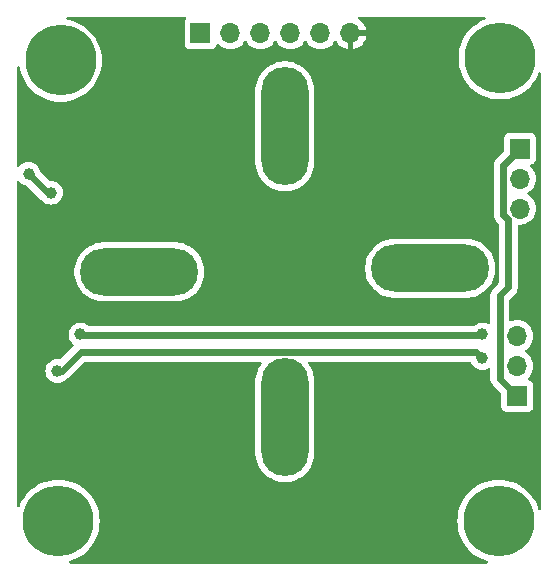
<source format=gbr>
%TF.GenerationSoftware,KiCad,Pcbnew,8.0.1*%
%TF.CreationDate,2024-03-31T21:51:29+08:00*%
%TF.ProjectId,encoder,656e636f-6465-4722-9e6b-696361645f70,rev?*%
%TF.SameCoordinates,Original*%
%TF.FileFunction,Copper,L2,Bot*%
%TF.FilePolarity,Positive*%
%FSLAX46Y46*%
G04 Gerber Fmt 4.6, Leading zero omitted, Abs format (unit mm)*
G04 Created by KiCad (PCBNEW 8.0.1) date 2024-03-31 21:51:29*
%MOMM*%
%LPD*%
G01*
G04 APERTURE LIST*
%TA.AperFunction,ComponentPad*%
%ADD10R,1.700000X1.700000*%
%TD*%
%TA.AperFunction,ComponentPad*%
%ADD11O,1.700000X1.700000*%
%TD*%
%TA.AperFunction,ComponentPad*%
%ADD12O,4.000000X10.000000*%
%TD*%
%TA.AperFunction,ComponentPad*%
%ADD13O,10.000000X4.000000*%
%TD*%
%TA.AperFunction,ComponentPad*%
%ADD14C,3.400000*%
%TD*%
%TA.AperFunction,ConnectorPad*%
%ADD15C,6.000000*%
%TD*%
%TA.AperFunction,ViaPad*%
%ADD16C,0.500000*%
%TD*%
%TA.AperFunction,ViaPad*%
%ADD17C,1.000000*%
%TD*%
%TA.AperFunction,Conductor*%
%ADD18C,0.600000*%
%TD*%
G04 APERTURE END LIST*
D10*
%TO.P,J2,1,Pin_1*%
%TO.N,/W*%
X160700000Y-63260000D03*
D11*
%TO.P,J2,2,Pin_2*%
%TO.N,/V*%
X160700000Y-65800000D03*
%TO.P,J2,3,Pin_3*%
%TO.N,/U*%
X160700000Y-68340000D03*
%TD*%
D10*
%TO.P,J3,1,Pin_1*%
%TO.N,/MOSI*%
X133650000Y-53500000D03*
D11*
%TO.P,J3,2,Pin_2*%
%TO.N,/MISO*%
X136190000Y-53500000D03*
%TO.P,J3,3,Pin_3*%
%TO.N,/CLK*%
X138730000Y-53500000D03*
%TO.P,J3,4,Pin_4*%
%TO.N,/CS*%
X141270000Y-53500000D03*
%TO.P,J3,5,Pin_5*%
%TO.N,+3V3*%
X143810000Y-53500000D03*
%TO.P,J3,6,Pin_6*%
%TO.N,GND*%
X146350000Y-53500000D03*
%TD*%
D12*
%TO.P,H2,1*%
%TO.N,N/C*%
X140800000Y-86000000D03*
%TD*%
D13*
%TO.P,H4,1*%
%TO.N,N/C*%
X153100000Y-73400000D03*
%TD*%
D14*
%TO.P,H8,1*%
%TO.N,N/C*%
X159000000Y-55600000D03*
D15*
X159000000Y-55600000D03*
%TD*%
D12*
%TO.P,H3,1*%
%TO.N,N/C*%
X140800000Y-61375000D03*
%TD*%
D13*
%TO.P,H1,1*%
%TO.N,N/C*%
X128475000Y-73700000D03*
%TD*%
D14*
%TO.P,H5,1*%
%TO.N,N/C*%
X121800000Y-55800000D03*
D15*
X121800000Y-55800000D03*
%TD*%
D14*
%TO.P,H7,1*%
%TO.N,N/C*%
X158900000Y-94800000D03*
D15*
X158900000Y-94800000D03*
%TD*%
D10*
%TO.P,J1,1,Pin_1*%
%TO.N,/W*%
X160475000Y-84225000D03*
D11*
%TO.P,J1,2,Pin_2*%
%TO.N,/V*%
X160475000Y-81685000D03*
%TO.P,J1,3,Pin_3*%
%TO.N,/U*%
X160475000Y-79145000D03*
%TD*%
D14*
%TO.P,H6,1*%
%TO.N,N/C*%
X121600000Y-94800000D03*
D15*
X121600000Y-94800000D03*
%TD*%
D16*
%TO.N,GND*%
X136000000Y-74000000D03*
D17*
X145500000Y-70500000D03*
%TO.N,/V*%
X157500000Y-81000000D03*
X121515000Y-82090000D03*
%TO.N,/U*%
X121000000Y-67000000D03*
X123480000Y-79000000D03*
X119088390Y-65391655D03*
X157500000Y-79000000D03*
%TD*%
D18*
%TO.N,/W*%
X159000000Y-82750000D02*
X159000000Y-75700000D01*
X159700000Y-75000000D02*
X159700000Y-69249189D01*
X160475000Y-84225000D02*
X159000000Y-82750000D01*
X159300000Y-68849189D02*
X159300000Y-64660000D01*
X159700000Y-69249189D02*
X159300000Y-68849189D01*
X159300000Y-64660000D02*
X160700000Y-63260000D01*
X159000000Y-75700000D02*
X159700000Y-75000000D01*
%TO.N,/V*%
X121910000Y-82090000D02*
X121515000Y-82090000D01*
X157500000Y-81000000D02*
X157000000Y-80500000D01*
X157000000Y-80500000D02*
X123500000Y-80500000D01*
X123500000Y-80500000D02*
X121910000Y-82090000D01*
%TO.N,/U*%
X157442893Y-79057107D02*
X157500000Y-79000000D01*
X123480000Y-79000000D02*
X123537107Y-79057107D01*
X120696735Y-67000000D02*
X119088390Y-65391655D01*
X123537107Y-79057107D02*
X157442893Y-79057107D01*
X121000000Y-67000000D02*
X120696735Y-67000000D01*
%TD*%
%TA.AperFunction,Conductor*%
%TO.N,GND*%
G36*
X132405842Y-52119685D02*
G01*
X132451597Y-52172489D01*
X132461541Y-52241647D01*
X132438069Y-52298311D01*
X132356206Y-52407664D01*
X132356202Y-52407671D01*
X132305908Y-52542517D01*
X132299501Y-52602116D01*
X132299500Y-52602135D01*
X132299500Y-54397870D01*
X132299501Y-54397876D01*
X132305908Y-54457483D01*
X132356202Y-54592328D01*
X132356206Y-54592335D01*
X132442452Y-54707544D01*
X132442455Y-54707547D01*
X132557664Y-54793793D01*
X132557671Y-54793797D01*
X132692517Y-54844091D01*
X132692516Y-54844091D01*
X132699444Y-54844835D01*
X132752127Y-54850500D01*
X134547872Y-54850499D01*
X134607483Y-54844091D01*
X134742331Y-54793796D01*
X134857546Y-54707546D01*
X134943796Y-54592331D01*
X134992810Y-54460916D01*
X135034681Y-54404984D01*
X135100145Y-54380566D01*
X135168418Y-54395417D01*
X135196673Y-54416569D01*
X135318599Y-54538495D01*
X135412157Y-54604005D01*
X135512165Y-54674032D01*
X135512167Y-54674033D01*
X135512170Y-54674035D01*
X135726337Y-54773903D01*
X135954592Y-54835063D01*
X136131034Y-54850500D01*
X136189999Y-54855659D01*
X136190000Y-54855659D01*
X136190001Y-54855659D01*
X136248966Y-54850500D01*
X136425408Y-54835063D01*
X136653663Y-54773903D01*
X136867830Y-54674035D01*
X137061401Y-54538495D01*
X137228495Y-54371401D01*
X137358425Y-54185842D01*
X137413002Y-54142217D01*
X137482500Y-54135023D01*
X137544855Y-54166546D01*
X137561575Y-54185842D01*
X137691281Y-54371082D01*
X137691505Y-54371401D01*
X137858599Y-54538495D01*
X137952157Y-54604005D01*
X138052165Y-54674032D01*
X138052167Y-54674033D01*
X138052170Y-54674035D01*
X138266337Y-54773903D01*
X138494592Y-54835063D01*
X138671034Y-54850500D01*
X138729999Y-54855659D01*
X138730000Y-54855659D01*
X138730001Y-54855659D01*
X138788966Y-54850500D01*
X138965408Y-54835063D01*
X139193663Y-54773903D01*
X139407830Y-54674035D01*
X139601401Y-54538495D01*
X139768495Y-54371401D01*
X139898425Y-54185842D01*
X139953002Y-54142217D01*
X140022500Y-54135023D01*
X140084855Y-54166546D01*
X140101575Y-54185842D01*
X140231281Y-54371082D01*
X140231505Y-54371401D01*
X140398599Y-54538495D01*
X140492157Y-54604005D01*
X140592165Y-54674032D01*
X140592167Y-54674033D01*
X140592170Y-54674035D01*
X140806337Y-54773903D01*
X141034592Y-54835063D01*
X141211034Y-54850500D01*
X141269999Y-54855659D01*
X141270000Y-54855659D01*
X141270001Y-54855659D01*
X141328966Y-54850500D01*
X141505408Y-54835063D01*
X141733663Y-54773903D01*
X141947830Y-54674035D01*
X142141401Y-54538495D01*
X142308495Y-54371401D01*
X142438425Y-54185842D01*
X142493002Y-54142217D01*
X142562500Y-54135023D01*
X142624855Y-54166546D01*
X142641575Y-54185842D01*
X142771281Y-54371082D01*
X142771505Y-54371401D01*
X142938599Y-54538495D01*
X143032157Y-54604005D01*
X143132165Y-54674032D01*
X143132167Y-54674033D01*
X143132170Y-54674035D01*
X143346337Y-54773903D01*
X143574592Y-54835063D01*
X143751034Y-54850500D01*
X143809999Y-54855659D01*
X143810000Y-54855659D01*
X143810001Y-54855659D01*
X143868966Y-54850500D01*
X144045408Y-54835063D01*
X144273663Y-54773903D01*
X144487830Y-54674035D01*
X144681401Y-54538495D01*
X144848495Y-54371401D01*
X144978730Y-54185405D01*
X145033307Y-54141781D01*
X145102805Y-54134587D01*
X145165160Y-54166110D01*
X145181879Y-54185405D01*
X145311890Y-54371078D01*
X145478917Y-54538105D01*
X145672421Y-54673600D01*
X145886507Y-54773429D01*
X145886516Y-54773433D01*
X146100000Y-54830634D01*
X146100000Y-53933012D01*
X146157007Y-53965925D01*
X146284174Y-54000000D01*
X146415826Y-54000000D01*
X146542993Y-53965925D01*
X146600000Y-53933012D01*
X146600000Y-54830633D01*
X146813483Y-54773433D01*
X146813492Y-54773429D01*
X147027578Y-54673600D01*
X147221082Y-54538105D01*
X147388105Y-54371082D01*
X147523600Y-54177578D01*
X147623429Y-53963492D01*
X147623432Y-53963486D01*
X147680636Y-53750000D01*
X146783012Y-53750000D01*
X146815925Y-53692993D01*
X146850000Y-53565826D01*
X146850000Y-53434174D01*
X146815925Y-53307007D01*
X146783012Y-53250000D01*
X147680636Y-53250000D01*
X147680635Y-53249999D01*
X147623432Y-53036513D01*
X147623429Y-53036507D01*
X147523600Y-52822422D01*
X147523599Y-52822420D01*
X147388113Y-52628926D01*
X147388108Y-52628920D01*
X147221082Y-52461894D01*
X147026400Y-52325575D01*
X146982775Y-52270997D01*
X146975583Y-52201499D01*
X147007105Y-52139144D01*
X147067335Y-52103731D01*
X147097524Y-52100000D01*
X157680873Y-52100000D01*
X157747912Y-52119685D01*
X157793667Y-52172489D01*
X157803611Y-52241647D01*
X157774586Y-52305203D01*
X157725311Y-52339763D01*
X157707833Y-52346473D01*
X157574260Y-52397746D01*
X157247343Y-52564320D01*
X156939635Y-52764147D01*
X156654498Y-52995047D01*
X156654490Y-52995054D01*
X156395054Y-53254490D01*
X156395047Y-53254498D01*
X156164147Y-53539635D01*
X155964320Y-53847343D01*
X155797746Y-54174260D01*
X155666260Y-54516793D01*
X155571294Y-54871209D01*
X155571294Y-54871211D01*
X155513898Y-55233594D01*
X155494696Y-55599999D01*
X155494696Y-55600000D01*
X155513898Y-55966405D01*
X155570604Y-56324433D01*
X155571295Y-56328794D01*
X155624883Y-56528788D01*
X155666260Y-56683206D01*
X155797746Y-57025739D01*
X155964320Y-57352656D01*
X156164147Y-57660364D01*
X156181410Y-57681682D01*
X156395051Y-57945506D01*
X156654494Y-58204949D01*
X156691079Y-58234575D01*
X156939635Y-58435852D01*
X157247343Y-58635679D01*
X157247348Y-58635682D01*
X157574264Y-58802255D01*
X157916801Y-58933742D01*
X158271206Y-59028705D01*
X158633596Y-59086102D01*
X158979734Y-59104241D01*
X158999999Y-59105304D01*
X159000000Y-59105304D01*
X159000001Y-59105304D01*
X159019203Y-59104297D01*
X159366404Y-59086102D01*
X159728794Y-59028705D01*
X160083199Y-58933742D01*
X160425736Y-58802255D01*
X160752652Y-58635682D01*
X161060366Y-58435851D01*
X161345506Y-58204949D01*
X161604949Y-57945506D01*
X161835851Y-57660366D01*
X162035682Y-57352652D01*
X162202255Y-57025736D01*
X162260236Y-56874688D01*
X162302638Y-56819157D01*
X162368332Y-56795364D01*
X162436460Y-56810865D01*
X162485393Y-56860739D01*
X162500000Y-56919127D01*
X162500000Y-93768616D01*
X162480315Y-93835655D01*
X162427511Y-93881410D01*
X162358353Y-93891354D01*
X162294797Y-93862329D01*
X162257023Y-93803551D01*
X162256225Y-93800710D01*
X162233742Y-93716801D01*
X162102255Y-93374264D01*
X161935682Y-93047348D01*
X161735851Y-92739634D01*
X161504949Y-92454494D01*
X161245506Y-92195051D01*
X160960366Y-91964149D01*
X160960364Y-91964147D01*
X160652656Y-91764320D01*
X160325739Y-91597746D01*
X159983206Y-91466260D01*
X159983199Y-91466258D01*
X159628794Y-91371295D01*
X159628790Y-91371294D01*
X159628789Y-91371294D01*
X159266405Y-91313898D01*
X158900001Y-91294696D01*
X158899999Y-91294696D01*
X158533594Y-91313898D01*
X158171211Y-91371294D01*
X158171209Y-91371294D01*
X157816793Y-91466260D01*
X157474260Y-91597746D01*
X157147343Y-91764320D01*
X156839635Y-91964147D01*
X156554498Y-92195047D01*
X156554490Y-92195054D01*
X156295054Y-92454490D01*
X156295047Y-92454498D01*
X156064147Y-92739635D01*
X155864320Y-93047343D01*
X155697746Y-93374260D01*
X155566260Y-93716793D01*
X155471294Y-94071209D01*
X155471294Y-94071211D01*
X155413898Y-94433594D01*
X155394696Y-94799999D01*
X155394696Y-94800000D01*
X155413898Y-95166405D01*
X155471294Y-95528788D01*
X155471294Y-95528790D01*
X155566260Y-95883206D01*
X155697746Y-96225739D01*
X155864320Y-96552656D01*
X156064147Y-96860364D01*
X156064149Y-96860366D01*
X156295051Y-97145506D01*
X156554494Y-97404949D01*
X156554498Y-97404952D01*
X156839635Y-97635852D01*
X157147343Y-97835679D01*
X157147348Y-97835682D01*
X157474264Y-98002255D01*
X157816801Y-98133742D01*
X157900713Y-98156226D01*
X157960371Y-98192590D01*
X157990900Y-98255437D01*
X157982605Y-98324813D01*
X157938120Y-98378691D01*
X157871568Y-98399965D01*
X157868617Y-98400000D01*
X122631383Y-98400000D01*
X122564344Y-98380315D01*
X122518589Y-98327511D01*
X122508645Y-98258353D01*
X122537670Y-98194797D01*
X122596448Y-98157023D01*
X122599232Y-98156240D01*
X122683199Y-98133742D01*
X123025736Y-98002255D01*
X123352652Y-97835682D01*
X123660366Y-97635851D01*
X123945506Y-97404949D01*
X124204949Y-97145506D01*
X124435851Y-96860366D01*
X124635682Y-96552652D01*
X124802255Y-96225736D01*
X124933742Y-95883199D01*
X125028705Y-95528794D01*
X125086102Y-95166404D01*
X125105304Y-94800000D01*
X125086102Y-94433596D01*
X125028705Y-94071206D01*
X124933742Y-93716801D01*
X124802255Y-93374264D01*
X124635682Y-93047348D01*
X124435851Y-92739634D01*
X124204949Y-92454494D01*
X123945506Y-92195051D01*
X123660366Y-91964149D01*
X123660364Y-91964147D01*
X123352656Y-91764320D01*
X123025739Y-91597746D01*
X122683206Y-91466260D01*
X122683199Y-91466258D01*
X122328794Y-91371295D01*
X122328790Y-91371294D01*
X122328789Y-91371294D01*
X121966405Y-91313898D01*
X121600001Y-91294696D01*
X121599999Y-91294696D01*
X121233594Y-91313898D01*
X120871211Y-91371294D01*
X120871209Y-91371294D01*
X120516793Y-91466260D01*
X120174260Y-91597746D01*
X119847343Y-91764320D01*
X119539635Y-91964147D01*
X119254498Y-92195047D01*
X119254490Y-92195054D01*
X118995054Y-92454490D01*
X118995047Y-92454498D01*
X118764147Y-92739635D01*
X118564320Y-93047343D01*
X118397746Y-93374260D01*
X118339764Y-93525310D01*
X118297362Y-93580842D01*
X118231668Y-93604635D01*
X118163540Y-93589133D01*
X118114607Y-93539260D01*
X118100000Y-93480872D01*
X118100000Y-82090000D01*
X120509659Y-82090000D01*
X120528975Y-82286129D01*
X120586188Y-82474733D01*
X120679086Y-82648532D01*
X120679090Y-82648539D01*
X120804116Y-82800883D01*
X120956460Y-82925909D01*
X120956467Y-82925913D01*
X121130266Y-83018811D01*
X121130269Y-83018811D01*
X121130273Y-83018814D01*
X121318868Y-83076024D01*
X121515000Y-83095341D01*
X121711132Y-83076024D01*
X121899727Y-83018814D01*
X122073538Y-82925910D01*
X122150830Y-82862476D01*
X122182031Y-82843775D01*
X122289179Y-82799394D01*
X122420289Y-82711789D01*
X123795259Y-81336819D01*
X123856582Y-81303334D01*
X123882940Y-81300500D01*
X138699558Y-81300500D01*
X138766597Y-81320185D01*
X138812352Y-81372989D01*
X138822296Y-81442147D01*
X138796505Y-81501813D01*
X138757476Y-81550753D01*
X138608053Y-81788557D01*
X138486200Y-82041588D01*
X138393443Y-82306670D01*
X138393439Y-82306682D01*
X138330945Y-82580487D01*
X138330942Y-82580505D01*
X138299500Y-82859568D01*
X138299500Y-89140431D01*
X138330942Y-89419494D01*
X138330945Y-89419512D01*
X138393439Y-89693317D01*
X138393443Y-89693329D01*
X138486200Y-89958411D01*
X138608053Y-90211442D01*
X138608055Y-90211445D01*
X138757477Y-90449248D01*
X138932584Y-90668825D01*
X139131175Y-90867416D01*
X139350752Y-91042523D01*
X139588555Y-91191945D01*
X139841592Y-91313801D01*
X140040680Y-91383465D01*
X140106670Y-91406556D01*
X140106682Y-91406560D01*
X140380491Y-91469055D01*
X140380497Y-91469055D01*
X140380505Y-91469057D01*
X140566547Y-91490018D01*
X140659569Y-91500499D01*
X140659572Y-91500500D01*
X140659575Y-91500500D01*
X140940428Y-91500500D01*
X140940429Y-91500499D01*
X141083055Y-91484429D01*
X141219494Y-91469057D01*
X141219499Y-91469056D01*
X141219509Y-91469055D01*
X141493318Y-91406560D01*
X141758408Y-91313801D01*
X142011445Y-91191945D01*
X142249248Y-91042523D01*
X142468825Y-90867416D01*
X142667416Y-90668825D01*
X142842523Y-90449248D01*
X142991945Y-90211445D01*
X143113801Y-89958408D01*
X143206560Y-89693318D01*
X143269055Y-89419509D01*
X143300500Y-89140425D01*
X143300500Y-82859575D01*
X143276722Y-82648538D01*
X143269057Y-82580505D01*
X143269054Y-82580487D01*
X143206560Y-82306682D01*
X143206556Y-82306670D01*
X143151267Y-82148664D01*
X143113801Y-82041592D01*
X142991945Y-81788555D01*
X142842523Y-81550752D01*
X142803494Y-81501811D01*
X142777087Y-81437127D01*
X142789842Y-81368431D01*
X142837713Y-81317537D01*
X142900442Y-81300500D01*
X156453672Y-81300500D01*
X156520711Y-81320185D01*
X156566466Y-81372989D01*
X156568787Y-81379131D01*
X156568856Y-81379103D01*
X156571185Y-81384726D01*
X156664086Y-81558532D01*
X156664090Y-81558539D01*
X156789116Y-81710883D01*
X156941460Y-81835909D01*
X156941467Y-81835913D01*
X157115266Y-81928811D01*
X157115269Y-81928811D01*
X157115273Y-81928814D01*
X157303868Y-81986024D01*
X157500000Y-82005341D01*
X157696132Y-81986024D01*
X157884727Y-81928814D01*
X157950103Y-81893870D01*
X158017047Y-81858088D01*
X158085450Y-81843846D01*
X158150693Y-81868846D01*
X158192064Y-81925151D01*
X158199500Y-81967446D01*
X158199500Y-82828846D01*
X158230261Y-82983489D01*
X158230264Y-82983501D01*
X158290602Y-83129172D01*
X158290609Y-83129185D01*
X158378210Y-83260288D01*
X158378213Y-83260292D01*
X159088181Y-83970259D01*
X159121666Y-84031582D01*
X159124500Y-84057940D01*
X159124500Y-85122870D01*
X159124501Y-85122876D01*
X159130908Y-85182483D01*
X159181202Y-85317328D01*
X159181206Y-85317335D01*
X159267452Y-85432544D01*
X159267455Y-85432547D01*
X159382664Y-85518793D01*
X159382671Y-85518797D01*
X159517517Y-85569091D01*
X159517516Y-85569091D01*
X159524444Y-85569835D01*
X159577127Y-85575500D01*
X161372872Y-85575499D01*
X161432483Y-85569091D01*
X161567331Y-85518796D01*
X161682546Y-85432546D01*
X161768796Y-85317331D01*
X161819091Y-85182483D01*
X161825500Y-85122873D01*
X161825499Y-83327128D01*
X161819091Y-83267517D01*
X161816396Y-83260292D01*
X161768797Y-83132671D01*
X161768793Y-83132664D01*
X161682547Y-83017455D01*
X161682544Y-83017452D01*
X161567335Y-82931206D01*
X161567328Y-82931202D01*
X161435917Y-82882189D01*
X161379983Y-82840318D01*
X161355566Y-82774853D01*
X161370418Y-82706580D01*
X161391563Y-82678332D01*
X161513495Y-82556401D01*
X161649035Y-82362830D01*
X161748903Y-82148663D01*
X161810063Y-81920408D01*
X161830659Y-81685000D01*
X161810063Y-81449592D01*
X161748903Y-81221337D01*
X161649035Y-81007171D01*
X161513495Y-80813599D01*
X161513494Y-80813597D01*
X161346402Y-80646506D01*
X161346396Y-80646501D01*
X161160842Y-80516575D01*
X161117217Y-80461998D01*
X161110023Y-80392500D01*
X161141546Y-80330145D01*
X161160842Y-80313425D01*
X161208899Y-80279775D01*
X161346401Y-80183495D01*
X161513495Y-80016401D01*
X161649035Y-79822830D01*
X161748903Y-79608663D01*
X161810063Y-79380408D01*
X161830659Y-79145000D01*
X161810063Y-78909592D01*
X161748903Y-78681337D01*
X161649035Y-78467171D01*
X161631034Y-78441462D01*
X161513494Y-78273597D01*
X161346402Y-78106506D01*
X161346395Y-78106501D01*
X161152834Y-77970967D01*
X161152830Y-77970965D01*
X161149500Y-77969412D01*
X160938663Y-77871097D01*
X160938659Y-77871096D01*
X160938655Y-77871094D01*
X160710413Y-77809938D01*
X160710403Y-77809936D01*
X160475001Y-77789341D01*
X160474999Y-77789341D01*
X160239596Y-77809936D01*
X160239586Y-77809938D01*
X160011344Y-77871094D01*
X160011330Y-77871099D01*
X159976904Y-77887153D01*
X159907827Y-77897645D01*
X159844043Y-77869125D01*
X159805804Y-77810648D01*
X159800500Y-77774771D01*
X159800500Y-76082940D01*
X159820185Y-76015901D01*
X159836819Y-75995259D01*
X160321788Y-75510290D01*
X160321790Y-75510287D01*
X160409390Y-75379185D01*
X160409390Y-75379184D01*
X160409394Y-75379179D01*
X160469737Y-75233497D01*
X160500500Y-75078842D01*
X160500500Y-69813526D01*
X160520185Y-69746487D01*
X160572989Y-69700732D01*
X160635306Y-69689998D01*
X160700000Y-69695659D01*
X160935408Y-69675063D01*
X161163663Y-69613903D01*
X161377830Y-69514035D01*
X161571401Y-69378495D01*
X161738495Y-69211401D01*
X161874035Y-69017830D01*
X161973903Y-68803663D01*
X162035063Y-68575408D01*
X162055659Y-68340000D01*
X162035063Y-68104592D01*
X161973903Y-67876337D01*
X161874035Y-67662171D01*
X161845760Y-67621789D01*
X161738494Y-67468597D01*
X161571402Y-67301506D01*
X161571396Y-67301501D01*
X161385842Y-67171575D01*
X161342217Y-67116998D01*
X161335023Y-67047500D01*
X161366546Y-66985145D01*
X161385842Y-66968425D01*
X161518552Y-66875500D01*
X161571401Y-66838495D01*
X161738495Y-66671401D01*
X161874035Y-66477830D01*
X161973903Y-66263663D01*
X162035063Y-66035408D01*
X162055659Y-65800000D01*
X162035063Y-65564592D01*
X161973903Y-65336337D01*
X161874035Y-65122171D01*
X161836326Y-65068317D01*
X161738496Y-64928600D01*
X161738495Y-64928599D01*
X161616567Y-64806671D01*
X161583084Y-64745351D01*
X161588068Y-64675659D01*
X161629939Y-64619725D01*
X161660915Y-64602810D01*
X161792331Y-64553796D01*
X161907546Y-64467546D01*
X161993796Y-64352331D01*
X162044091Y-64217483D01*
X162050500Y-64157873D01*
X162050499Y-62362128D01*
X162044091Y-62302517D01*
X161993796Y-62167669D01*
X161993795Y-62167668D01*
X161993793Y-62167664D01*
X161907547Y-62052455D01*
X161907544Y-62052452D01*
X161792335Y-61966206D01*
X161792328Y-61966202D01*
X161657482Y-61915908D01*
X161657483Y-61915908D01*
X161597883Y-61909501D01*
X161597881Y-61909500D01*
X161597873Y-61909500D01*
X161597864Y-61909500D01*
X159802129Y-61909500D01*
X159802123Y-61909501D01*
X159742516Y-61915908D01*
X159607671Y-61966202D01*
X159607664Y-61966206D01*
X159492455Y-62052452D01*
X159492452Y-62052455D01*
X159406206Y-62167664D01*
X159406202Y-62167671D01*
X159355908Y-62302517D01*
X159349501Y-62362116D01*
X159349501Y-62362123D01*
X159349500Y-62362135D01*
X159349500Y-63427059D01*
X159329815Y-63494098D01*
X159313180Y-63514740D01*
X158789711Y-64038211D01*
X158733960Y-64093962D01*
X158678209Y-64149712D01*
X158590609Y-64280814D01*
X158590602Y-64280827D01*
X158530264Y-64426498D01*
X158530261Y-64426510D01*
X158499500Y-64581153D01*
X158499500Y-68928035D01*
X158530261Y-69082678D01*
X158530264Y-69082690D01*
X158590602Y-69228361D01*
X158590609Y-69228374D01*
X158678210Y-69359477D01*
X158678213Y-69359481D01*
X158863181Y-69544448D01*
X158896666Y-69605771D01*
X158899500Y-69632129D01*
X158899500Y-74617060D01*
X158879815Y-74684099D01*
X158863181Y-74704741D01*
X158489711Y-75078211D01*
X158433960Y-75133962D01*
X158378209Y-75189712D01*
X158290609Y-75320814D01*
X158290602Y-75320827D01*
X158230264Y-75466498D01*
X158230261Y-75466510D01*
X158199500Y-75621153D01*
X158199500Y-78032553D01*
X158179815Y-78099592D01*
X158127011Y-78145347D01*
X158057853Y-78155291D01*
X158017047Y-78141912D01*
X157937871Y-78099592D01*
X157884727Y-78071186D01*
X157696132Y-78013976D01*
X157696129Y-78013975D01*
X157500000Y-77994659D01*
X157303870Y-78013975D01*
X157115266Y-78071188D01*
X156941467Y-78164086D01*
X156941460Y-78164090D01*
X156863027Y-78228460D01*
X156798717Y-78255773D01*
X156784362Y-78256607D01*
X124195638Y-78256607D01*
X124128599Y-78236922D01*
X124116973Y-78228460D01*
X124038539Y-78164090D01*
X124038532Y-78164086D01*
X123864733Y-78071188D01*
X123864727Y-78071186D01*
X123676132Y-78013976D01*
X123676129Y-78013975D01*
X123480000Y-77994659D01*
X123283870Y-78013975D01*
X123095266Y-78071188D01*
X122921467Y-78164086D01*
X122921460Y-78164090D01*
X122769116Y-78289116D01*
X122644090Y-78441460D01*
X122644086Y-78441467D01*
X122551188Y-78615266D01*
X122493975Y-78803870D01*
X122474659Y-79000000D01*
X122493975Y-79196129D01*
X122493976Y-79196132D01*
X122549877Y-79380413D01*
X122551188Y-79384733D01*
X122644086Y-79558532D01*
X122644090Y-79558539D01*
X122769116Y-79710883D01*
X122876423Y-79798947D01*
X122915757Y-79856692D01*
X122917628Y-79926537D01*
X122885439Y-79982481D01*
X121800680Y-81067240D01*
X121739357Y-81100725D01*
X121700846Y-81102962D01*
X121515001Y-81084659D01*
X121515000Y-81084659D01*
X121318870Y-81103975D01*
X121130266Y-81161188D01*
X120956467Y-81254086D01*
X120956460Y-81254090D01*
X120804116Y-81379116D01*
X120679090Y-81531460D01*
X120679086Y-81531467D01*
X120586188Y-81705266D01*
X120528975Y-81893870D01*
X120509659Y-82090000D01*
X118100000Y-82090000D01*
X118100000Y-73840431D01*
X122974500Y-73840431D01*
X123005942Y-74119494D01*
X123005945Y-74119512D01*
X123068439Y-74393317D01*
X123068443Y-74393329D01*
X123161200Y-74658411D01*
X123283053Y-74911442D01*
X123283055Y-74911445D01*
X123432477Y-75149248D01*
X123607584Y-75368825D01*
X123806175Y-75567416D01*
X124025752Y-75742523D01*
X124263555Y-75891945D01*
X124516592Y-76013801D01*
X124714180Y-76082940D01*
X124781670Y-76106556D01*
X124781682Y-76106560D01*
X125055491Y-76169055D01*
X125055497Y-76169055D01*
X125055505Y-76169057D01*
X125241547Y-76190018D01*
X125334569Y-76200499D01*
X125334572Y-76200500D01*
X125334575Y-76200500D01*
X131615428Y-76200500D01*
X131615429Y-76200499D01*
X131758055Y-76184429D01*
X131894494Y-76169057D01*
X131894499Y-76169056D01*
X131894509Y-76169055D01*
X132168318Y-76106560D01*
X132433408Y-76013801D01*
X132686445Y-75891945D01*
X132924248Y-75742523D01*
X133143825Y-75567416D01*
X133342416Y-75368825D01*
X133517523Y-75149248D01*
X133666945Y-74911445D01*
X133788801Y-74658408D01*
X133881560Y-74393318D01*
X133944055Y-74119509D01*
X133975500Y-73840425D01*
X133975500Y-73559575D01*
X133973343Y-73540431D01*
X147599500Y-73540431D01*
X147630942Y-73819494D01*
X147630945Y-73819512D01*
X147693439Y-74093317D01*
X147693443Y-74093329D01*
X147786200Y-74358411D01*
X147908053Y-74611442D01*
X147908055Y-74611445D01*
X148057477Y-74849248D01*
X148232584Y-75068825D01*
X148431175Y-75267416D01*
X148650752Y-75442523D01*
X148888555Y-75591945D01*
X148888557Y-75591946D01*
X148972900Y-75632563D01*
X149141592Y-75713801D01*
X149340680Y-75783465D01*
X149406670Y-75806556D01*
X149406682Y-75806560D01*
X149680491Y-75869055D01*
X149680497Y-75869055D01*
X149680505Y-75869057D01*
X149866547Y-75890018D01*
X149959569Y-75900499D01*
X149959572Y-75900500D01*
X149959575Y-75900500D01*
X156240428Y-75900500D01*
X156240429Y-75900499D01*
X156383055Y-75884429D01*
X156519494Y-75869057D01*
X156519499Y-75869056D01*
X156519509Y-75869055D01*
X156793318Y-75806560D01*
X157058408Y-75713801D01*
X157311445Y-75591945D01*
X157549248Y-75442523D01*
X157768825Y-75267416D01*
X157967416Y-75068825D01*
X158142523Y-74849248D01*
X158291945Y-74611445D01*
X158413801Y-74358408D01*
X158506560Y-74093318D01*
X158569055Y-73819509D01*
X158600500Y-73540425D01*
X158600500Y-73259575D01*
X158569055Y-72980491D01*
X158506560Y-72706682D01*
X158413801Y-72441592D01*
X158291945Y-72188555D01*
X158142523Y-71950752D01*
X157967416Y-71731175D01*
X157768825Y-71532584D01*
X157549248Y-71357477D01*
X157311445Y-71208055D01*
X157311442Y-71208053D01*
X157058411Y-71086200D01*
X156793329Y-70993443D01*
X156793317Y-70993439D01*
X156519512Y-70930945D01*
X156519494Y-70930942D01*
X156240431Y-70899500D01*
X156240425Y-70899500D01*
X149959575Y-70899500D01*
X149959568Y-70899500D01*
X149680505Y-70930942D01*
X149680487Y-70930945D01*
X149406682Y-70993439D01*
X149406670Y-70993443D01*
X149141588Y-71086200D01*
X148888557Y-71208053D01*
X148650753Y-71357476D01*
X148431175Y-71532583D01*
X148232583Y-71731175D01*
X148057476Y-71950753D01*
X147908053Y-72188557D01*
X147786200Y-72441588D01*
X147693443Y-72706670D01*
X147693439Y-72706682D01*
X147630945Y-72980487D01*
X147630942Y-72980505D01*
X147599500Y-73259568D01*
X147599500Y-73540431D01*
X133973343Y-73540431D01*
X133944055Y-73280491D01*
X133881560Y-73006682D01*
X133788801Y-72741592D01*
X133666945Y-72488555D01*
X133517523Y-72250752D01*
X133342416Y-72031175D01*
X133143825Y-71832584D01*
X132924248Y-71657477D01*
X132686445Y-71508055D01*
X132686442Y-71508053D01*
X132433411Y-71386200D01*
X132168329Y-71293443D01*
X132168317Y-71293439D01*
X131894512Y-71230945D01*
X131894494Y-71230942D01*
X131615431Y-71199500D01*
X131615425Y-71199500D01*
X125334575Y-71199500D01*
X125334568Y-71199500D01*
X125055505Y-71230942D01*
X125055487Y-71230945D01*
X124781682Y-71293439D01*
X124781670Y-71293443D01*
X124516588Y-71386200D01*
X124263557Y-71508053D01*
X124025753Y-71657476D01*
X123806175Y-71832583D01*
X123607583Y-72031175D01*
X123432476Y-72250753D01*
X123283053Y-72488557D01*
X123161200Y-72741588D01*
X123068443Y-73006670D01*
X123068439Y-73006682D01*
X123005945Y-73280487D01*
X123005942Y-73280505D01*
X122974500Y-73559568D01*
X122974500Y-73840431D01*
X118100000Y-73840431D01*
X118100000Y-66110952D01*
X118119685Y-66043913D01*
X118172489Y-65998158D01*
X118241647Y-65988214D01*
X118305203Y-66017239D01*
X118319853Y-66032287D01*
X118377506Y-66102538D01*
X118529850Y-66227564D01*
X118529857Y-66227568D01*
X118703656Y-66320466D01*
X118703659Y-66320466D01*
X118703663Y-66320469D01*
X118892258Y-66377679D01*
X118903651Y-66378801D01*
X118968438Y-66404960D01*
X118979180Y-66414523D01*
X120070605Y-67505947D01*
X120070626Y-67505970D01*
X120186443Y-67621787D01*
X120186446Y-67621789D01*
X120236587Y-67655292D01*
X120263548Y-67679728D01*
X120289116Y-67710883D01*
X120441460Y-67835909D01*
X120441467Y-67835913D01*
X120615266Y-67928811D01*
X120615269Y-67928811D01*
X120615273Y-67928814D01*
X120803868Y-67986024D01*
X121000000Y-68005341D01*
X121196132Y-67986024D01*
X121384727Y-67928814D01*
X121558538Y-67835910D01*
X121710883Y-67710883D01*
X121835910Y-67558538D01*
X121928814Y-67384727D01*
X121986024Y-67196132D01*
X122005341Y-67000000D01*
X121986024Y-66803868D01*
X121928814Y-66615273D01*
X121928811Y-66615269D01*
X121928811Y-66615266D01*
X121835913Y-66441467D01*
X121835909Y-66441460D01*
X121710883Y-66289116D01*
X121558539Y-66164090D01*
X121558532Y-66164086D01*
X121384733Y-66071188D01*
X121384727Y-66071186D01*
X121196132Y-66013976D01*
X121196129Y-66013975D01*
X121000000Y-65994659D01*
X120999999Y-65994659D01*
X120897660Y-66004737D01*
X120829014Y-65991717D01*
X120797827Y-65969015D01*
X120111258Y-65282445D01*
X120077773Y-65221122D01*
X120075536Y-65206916D01*
X120074414Y-65195526D01*
X120074414Y-65195523D01*
X120017204Y-65006928D01*
X120017201Y-65006924D01*
X120017201Y-65006921D01*
X119924303Y-64833122D01*
X119924299Y-64833115D01*
X119799273Y-64680771D01*
X119646929Y-64555745D01*
X119646922Y-64555741D01*
X119571508Y-64515431D01*
X138299500Y-64515431D01*
X138330942Y-64794494D01*
X138330945Y-64794512D01*
X138393439Y-65068317D01*
X138393443Y-65068329D01*
X138486200Y-65333411D01*
X138608053Y-65586442D01*
X138608055Y-65586445D01*
X138757477Y-65824248D01*
X138857915Y-65950193D01*
X138925875Y-66035413D01*
X138932584Y-66043825D01*
X139131175Y-66242416D01*
X139350752Y-66417523D01*
X139588555Y-66566945D01*
X139841592Y-66688801D01*
X140040680Y-66758465D01*
X140106670Y-66781556D01*
X140106682Y-66781560D01*
X140380491Y-66844055D01*
X140380497Y-66844055D01*
X140380505Y-66844057D01*
X140566547Y-66865018D01*
X140659569Y-66875499D01*
X140659572Y-66875500D01*
X140659575Y-66875500D01*
X140940428Y-66875500D01*
X140940429Y-66875499D01*
X141083055Y-66859429D01*
X141219494Y-66844057D01*
X141219499Y-66844056D01*
X141219509Y-66844055D01*
X141493318Y-66781560D01*
X141758408Y-66688801D01*
X142011445Y-66566945D01*
X142249248Y-66417523D01*
X142468825Y-66242416D01*
X142667416Y-66043825D01*
X142842523Y-65824248D01*
X142991945Y-65586445D01*
X143113801Y-65333408D01*
X143206560Y-65068318D01*
X143269055Y-64794509D01*
X143273390Y-64756039D01*
X143295957Y-64555745D01*
X143300500Y-64515425D01*
X143300500Y-58234575D01*
X143269055Y-57955491D01*
X143206560Y-57681682D01*
X143113801Y-57416592D01*
X142991945Y-57163555D01*
X142842523Y-56925752D01*
X142667416Y-56706175D01*
X142468825Y-56507584D01*
X142249248Y-56332477D01*
X142011445Y-56183055D01*
X142011442Y-56183053D01*
X141758411Y-56061200D01*
X141493329Y-55968443D01*
X141493317Y-55968439D01*
X141219512Y-55905945D01*
X141219494Y-55905942D01*
X140940431Y-55874500D01*
X140940425Y-55874500D01*
X140659575Y-55874500D01*
X140659568Y-55874500D01*
X140380505Y-55905942D01*
X140380487Y-55905945D01*
X140106682Y-55968439D01*
X140106670Y-55968443D01*
X139841588Y-56061200D01*
X139588557Y-56183053D01*
X139350753Y-56332476D01*
X139131175Y-56507583D01*
X138932583Y-56706175D01*
X138757476Y-56925753D01*
X138608053Y-57163557D01*
X138486200Y-57416588D01*
X138393443Y-57681670D01*
X138393439Y-57681682D01*
X138330945Y-57955487D01*
X138330942Y-57955505D01*
X138299500Y-58234568D01*
X138299500Y-64515431D01*
X119571508Y-64515431D01*
X119473123Y-64462843D01*
X119473117Y-64462841D01*
X119284522Y-64405631D01*
X119284519Y-64405630D01*
X119088390Y-64386314D01*
X118892260Y-64405630D01*
X118703656Y-64462843D01*
X118529857Y-64555741D01*
X118529850Y-64555745D01*
X118377506Y-64680771D01*
X118319853Y-64751022D01*
X118262107Y-64790356D01*
X118192262Y-64792227D01*
X118132494Y-64756039D01*
X118101778Y-64693283D01*
X118100000Y-64672357D01*
X118100000Y-56391472D01*
X118119685Y-56324433D01*
X118172489Y-56278678D01*
X118241647Y-56268734D01*
X118305203Y-56297759D01*
X118342977Y-56356537D01*
X118346473Y-56372074D01*
X118371294Y-56528788D01*
X118371294Y-56528790D01*
X118466260Y-56883206D01*
X118597746Y-57225739D01*
X118764320Y-57552656D01*
X118964147Y-57860364D01*
X119041180Y-57955491D01*
X119195051Y-58145506D01*
X119454494Y-58404949D01*
X119454498Y-58404952D01*
X119739635Y-58635852D01*
X120047343Y-58835679D01*
X120047348Y-58835682D01*
X120374264Y-59002255D01*
X120716801Y-59133742D01*
X121071206Y-59228705D01*
X121433596Y-59286102D01*
X121779734Y-59304241D01*
X121799999Y-59305304D01*
X121800000Y-59305304D01*
X121800001Y-59305304D01*
X121819203Y-59304297D01*
X122166404Y-59286102D01*
X122528794Y-59228705D01*
X122883199Y-59133742D01*
X123225736Y-59002255D01*
X123552652Y-58835682D01*
X123860366Y-58635851D01*
X124145506Y-58404949D01*
X124404949Y-58145506D01*
X124635851Y-57860366D01*
X124835682Y-57552652D01*
X125002255Y-57225736D01*
X125133742Y-56883199D01*
X125228705Y-56528794D01*
X125286102Y-56166404D01*
X125305304Y-55800000D01*
X125286102Y-55433596D01*
X125228705Y-55071206D01*
X125133742Y-54716801D01*
X125002255Y-54374264D01*
X124835682Y-54047348D01*
X124804934Y-54000000D01*
X124635852Y-53739635D01*
X124404952Y-53454498D01*
X124404949Y-53454494D01*
X124145506Y-53195051D01*
X123949511Y-53036337D01*
X123860364Y-52964147D01*
X123552656Y-52764320D01*
X123225739Y-52597746D01*
X122883206Y-52466260D01*
X122866901Y-52461891D01*
X122528794Y-52371295D01*
X122528790Y-52371294D01*
X122528789Y-52371294D01*
X122372074Y-52346473D01*
X122308939Y-52316544D01*
X122272008Y-52257232D01*
X122273006Y-52187370D01*
X122311616Y-52129137D01*
X122375579Y-52101023D01*
X122391472Y-52100000D01*
X132338803Y-52100000D01*
X132405842Y-52119685D01*
G37*
%TD.AperFunction*%
%TD*%
M02*

</source>
